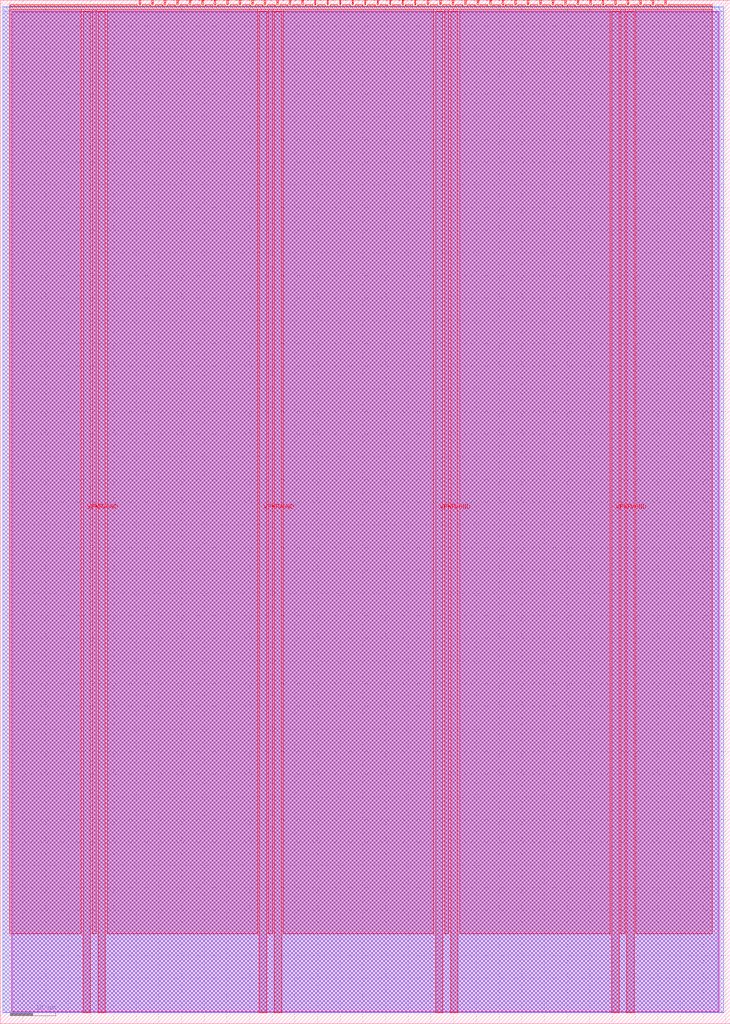
<source format=lef>
VERSION 5.7 ;
  NOWIREEXTENSIONATPIN ON ;
  DIVIDERCHAR "/" ;
  BUSBITCHARS "[]" ;
MACRO tt_um_rebeccargb_vga_pride
  CLASS BLOCK ;
  FOREIGN tt_um_rebeccargb_vga_pride ;
  ORIGIN 0.000 0.000 ;
  SIZE 161.000 BY 225.760 ;
  PIN VGND
    DIRECTION INOUT ;
    USE GROUND ;
    PORT
      LAYER met4 ;
        RECT 21.580 2.480 23.180 223.280 ;
    END
    PORT
      LAYER met4 ;
        RECT 60.450 2.480 62.050 223.280 ;
    END
    PORT
      LAYER met4 ;
        RECT 99.320 2.480 100.920 223.280 ;
    END
    PORT
      LAYER met4 ;
        RECT 138.190 2.480 139.790 223.280 ;
    END
  END VGND
  PIN VPWR
    DIRECTION INOUT ;
    USE POWER ;
    PORT
      LAYER met4 ;
        RECT 18.280 2.480 19.880 223.280 ;
    END
    PORT
      LAYER met4 ;
        RECT 57.150 2.480 58.750 223.280 ;
    END
    PORT
      LAYER met4 ;
        RECT 96.020 2.480 97.620 223.280 ;
    END
    PORT
      LAYER met4 ;
        RECT 134.890 2.480 136.490 223.280 ;
    END
  END VPWR
  PIN clk
    DIRECTION INPUT ;
    USE SIGNAL ;
    ANTENNAGATEAREA 0.852000 ;
    PORT
      LAYER met4 ;
        RECT 143.830 224.760 144.130 225.760 ;
    END
  END clk
  PIN ena
    DIRECTION INPUT ;
    USE SIGNAL ;
    PORT
      LAYER met4 ;
        RECT 146.590 224.760 146.890 225.760 ;
    END
  END ena
  PIN rst_n
    DIRECTION INPUT ;
    USE SIGNAL ;
    ANTENNAGATEAREA 0.213000 ;
    PORT
      LAYER met4 ;
        RECT 141.070 224.760 141.370 225.760 ;
    END
  END rst_n
  PIN ui_in[0]
    DIRECTION INPUT ;
    USE SIGNAL ;
    ANTENNAGATEAREA 0.159000 ;
    PORT
      LAYER met4 ;
        RECT 138.310 224.760 138.610 225.760 ;
    END
  END ui_in[0]
  PIN ui_in[1]
    DIRECTION INPUT ;
    USE SIGNAL ;
    PORT
      LAYER met4 ;
        RECT 135.550 224.760 135.850 225.760 ;
    END
  END ui_in[1]
  PIN ui_in[2]
    DIRECTION INPUT ;
    USE SIGNAL ;
    PORT
      LAYER met4 ;
        RECT 132.790 224.760 133.090 225.760 ;
    END
  END ui_in[2]
  PIN ui_in[3]
    DIRECTION INPUT ;
    USE SIGNAL ;
    PORT
      LAYER met4 ;
        RECT 130.030 224.760 130.330 225.760 ;
    END
  END ui_in[3]
  PIN ui_in[4]
    DIRECTION INPUT ;
    USE SIGNAL ;
    ANTENNAGATEAREA 0.196500 ;
    PORT
      LAYER met4 ;
        RECT 127.270 224.760 127.570 225.760 ;
    END
  END ui_in[4]
  PIN ui_in[5]
    DIRECTION INPUT ;
    USE SIGNAL ;
    ANTENNAGATEAREA 0.196500 ;
    PORT
      LAYER met4 ;
        RECT 124.510 224.760 124.810 225.760 ;
    END
  END ui_in[5]
  PIN ui_in[6]
    DIRECTION INPUT ;
    USE SIGNAL ;
    ANTENNAGATEAREA 0.196500 ;
    PORT
      LAYER met4 ;
        RECT 121.750 224.760 122.050 225.760 ;
    END
  END ui_in[6]
  PIN ui_in[7]
    DIRECTION INPUT ;
    USE SIGNAL ;
    ANTENNAGATEAREA 0.196500 ;
    PORT
      LAYER met4 ;
        RECT 118.990 224.760 119.290 225.760 ;
    END
  END ui_in[7]
  PIN uio_in[0]
    DIRECTION INPUT ;
    USE SIGNAL ;
    ANTENNAGATEAREA 0.196500 ;
    PORT
      LAYER met4 ;
        RECT 116.230 224.760 116.530 225.760 ;
    END
  END uio_in[0]
  PIN uio_in[1]
    DIRECTION INPUT ;
    USE SIGNAL ;
    ANTENNAGATEAREA 0.196500 ;
    PORT
      LAYER met4 ;
        RECT 113.470 224.760 113.770 225.760 ;
    END
  END uio_in[1]
  PIN uio_in[2]
    DIRECTION INPUT ;
    USE SIGNAL ;
    ANTENNAGATEAREA 0.196500 ;
    PORT
      LAYER met4 ;
        RECT 110.710 224.760 111.010 225.760 ;
    END
  END uio_in[2]
  PIN uio_in[3]
    DIRECTION INPUT ;
    USE SIGNAL ;
    ANTENNAGATEAREA 0.196500 ;
    PORT
      LAYER met4 ;
        RECT 107.950 224.760 108.250 225.760 ;
    END
  END uio_in[3]
  PIN uio_in[4]
    DIRECTION INPUT ;
    USE SIGNAL ;
    ANTENNAGATEAREA 0.196500 ;
    PORT
      LAYER met4 ;
        RECT 105.190 224.760 105.490 225.760 ;
    END
  END uio_in[4]
  PIN uio_in[5]
    DIRECTION INPUT ;
    USE SIGNAL ;
    ANTENNAGATEAREA 0.196500 ;
    PORT
      LAYER met4 ;
        RECT 102.430 224.760 102.730 225.760 ;
    END
  END uio_in[5]
  PIN uio_in[6]
    DIRECTION INPUT ;
    USE SIGNAL ;
    ANTENNAGATEAREA 0.196500 ;
    PORT
      LAYER met4 ;
        RECT 99.670 224.760 99.970 225.760 ;
    END
  END uio_in[6]
  PIN uio_in[7]
    DIRECTION INPUT ;
    USE SIGNAL ;
    PORT
      LAYER met4 ;
        RECT 96.910 224.760 97.210 225.760 ;
    END
  END uio_in[7]
  PIN uio_oe[0]
    DIRECTION OUTPUT ;
    USE SIGNAL ;
    PORT
      LAYER met4 ;
        RECT 49.990 224.760 50.290 225.760 ;
    END
  END uio_oe[0]
  PIN uio_oe[1]
    DIRECTION OUTPUT ;
    USE SIGNAL ;
    PORT
      LAYER met4 ;
        RECT 47.230 224.760 47.530 225.760 ;
    END
  END uio_oe[1]
  PIN uio_oe[2]
    DIRECTION OUTPUT ;
    USE SIGNAL ;
    PORT
      LAYER met4 ;
        RECT 44.470 224.760 44.770 225.760 ;
    END
  END uio_oe[2]
  PIN uio_oe[3]
    DIRECTION OUTPUT ;
    USE SIGNAL ;
    PORT
      LAYER met4 ;
        RECT 41.710 224.760 42.010 225.760 ;
    END
  END uio_oe[3]
  PIN uio_oe[4]
    DIRECTION OUTPUT ;
    USE SIGNAL ;
    PORT
      LAYER met4 ;
        RECT 38.950 224.760 39.250 225.760 ;
    END
  END uio_oe[4]
  PIN uio_oe[5]
    DIRECTION OUTPUT ;
    USE SIGNAL ;
    PORT
      LAYER met4 ;
        RECT 36.190 224.760 36.490 225.760 ;
    END
  END uio_oe[5]
  PIN uio_oe[6]
    DIRECTION OUTPUT ;
    USE SIGNAL ;
    PORT
      LAYER met4 ;
        RECT 33.430 224.760 33.730 225.760 ;
    END
  END uio_oe[6]
  PIN uio_oe[7]
    DIRECTION OUTPUT ;
    USE SIGNAL ;
    PORT
      LAYER met4 ;
        RECT 30.670 224.760 30.970 225.760 ;
    END
  END uio_oe[7]
  PIN uio_out[0]
    DIRECTION OUTPUT ;
    USE SIGNAL ;
    PORT
      LAYER met4 ;
        RECT 72.070 224.760 72.370 225.760 ;
    END
  END uio_out[0]
  PIN uio_out[1]
    DIRECTION OUTPUT ;
    USE SIGNAL ;
    PORT
      LAYER met4 ;
        RECT 69.310 224.760 69.610 225.760 ;
    END
  END uio_out[1]
  PIN uio_out[2]
    DIRECTION OUTPUT ;
    USE SIGNAL ;
    PORT
      LAYER met4 ;
        RECT 66.550 224.760 66.850 225.760 ;
    END
  END uio_out[2]
  PIN uio_out[3]
    DIRECTION OUTPUT ;
    USE SIGNAL ;
    PORT
      LAYER met4 ;
        RECT 63.790 224.760 64.090 225.760 ;
    END
  END uio_out[3]
  PIN uio_out[4]
    DIRECTION OUTPUT ;
    USE SIGNAL ;
    PORT
      LAYER met4 ;
        RECT 61.030 224.760 61.330 225.760 ;
    END
  END uio_out[4]
  PIN uio_out[5]
    DIRECTION OUTPUT ;
    USE SIGNAL ;
    PORT
      LAYER met4 ;
        RECT 58.270 224.760 58.570 225.760 ;
    END
  END uio_out[5]
  PIN uio_out[6]
    DIRECTION OUTPUT ;
    USE SIGNAL ;
    PORT
      LAYER met4 ;
        RECT 55.510 224.760 55.810 225.760 ;
    END
  END uio_out[6]
  PIN uio_out[7]
    DIRECTION OUTPUT ;
    USE SIGNAL ;
    PORT
      LAYER met4 ;
        RECT 52.750 224.760 53.050 225.760 ;
    END
  END uio_out[7]
  PIN uo_out[0]
    DIRECTION OUTPUT ;
    USE SIGNAL ;
    ANTENNADIFFAREA 1.288000 ;
    PORT
      LAYER met4 ;
        RECT 94.150 224.760 94.450 225.760 ;
    END
  END uo_out[0]
  PIN uo_out[1]
    DIRECTION OUTPUT ;
    USE SIGNAL ;
    ANTENNADIFFAREA 0.891000 ;
    PORT
      LAYER met4 ;
        RECT 91.390 224.760 91.690 225.760 ;
    END
  END uo_out[1]
  PIN uo_out[2]
    DIRECTION OUTPUT ;
    USE SIGNAL ;
    ANTENNADIFFAREA 0.891000 ;
    PORT
      LAYER met4 ;
        RECT 88.630 224.760 88.930 225.760 ;
    END
  END uo_out[2]
  PIN uo_out[3]
    DIRECTION OUTPUT ;
    USE SIGNAL ;
    ANTENNADIFFAREA 0.445500 ;
    PORT
      LAYER met4 ;
        RECT 85.870 224.760 86.170 225.760 ;
    END
  END uo_out[3]
  PIN uo_out[4]
    DIRECTION OUTPUT ;
    USE SIGNAL ;
    ANTENNADIFFAREA 0.891000 ;
    PORT
      LAYER met4 ;
        RECT 83.110 224.760 83.410 225.760 ;
    END
  END uo_out[4]
  PIN uo_out[5]
    DIRECTION OUTPUT ;
    USE SIGNAL ;
    ANTENNADIFFAREA 0.891000 ;
    PORT
      LAYER met4 ;
        RECT 80.350 224.760 80.650 225.760 ;
    END
  END uo_out[5]
  PIN uo_out[6]
    DIRECTION OUTPUT ;
    USE SIGNAL ;
    ANTENNADIFFAREA 0.891000 ;
    PORT
      LAYER met4 ;
        RECT 77.590 224.760 77.890 225.760 ;
    END
  END uo_out[6]
  PIN uo_out[7]
    DIRECTION OUTPUT ;
    USE SIGNAL ;
    ANTENNADIFFAREA 0.445500 ;
    PORT
      LAYER met4 ;
        RECT 74.830 224.760 75.130 225.760 ;
    END
  END uo_out[7]
  OBS
      LAYER nwell ;
        RECT 2.570 2.635 158.430 223.230 ;
      LAYER li1 ;
        RECT 2.760 2.635 158.240 223.125 ;
      LAYER met1 ;
        RECT 0.530 2.480 159.550 223.280 ;
      LAYER met2 ;
        RECT 0.550 2.535 159.520 224.245 ;
      LAYER met3 ;
        RECT 0.525 2.555 158.635 224.225 ;
      LAYER met4 ;
        RECT 2.135 224.360 30.270 224.760 ;
        RECT 31.370 224.360 33.030 224.760 ;
        RECT 34.130 224.360 35.790 224.760 ;
        RECT 36.890 224.360 38.550 224.760 ;
        RECT 39.650 224.360 41.310 224.760 ;
        RECT 42.410 224.360 44.070 224.760 ;
        RECT 45.170 224.360 46.830 224.760 ;
        RECT 47.930 224.360 49.590 224.760 ;
        RECT 50.690 224.360 52.350 224.760 ;
        RECT 53.450 224.360 55.110 224.760 ;
        RECT 56.210 224.360 57.870 224.760 ;
        RECT 58.970 224.360 60.630 224.760 ;
        RECT 61.730 224.360 63.390 224.760 ;
        RECT 64.490 224.360 66.150 224.760 ;
        RECT 67.250 224.360 68.910 224.760 ;
        RECT 70.010 224.360 71.670 224.760 ;
        RECT 72.770 224.360 74.430 224.760 ;
        RECT 75.530 224.360 77.190 224.760 ;
        RECT 78.290 224.360 79.950 224.760 ;
        RECT 81.050 224.360 82.710 224.760 ;
        RECT 83.810 224.360 85.470 224.760 ;
        RECT 86.570 224.360 88.230 224.760 ;
        RECT 89.330 224.360 90.990 224.760 ;
        RECT 92.090 224.360 93.750 224.760 ;
        RECT 94.850 224.360 96.510 224.760 ;
        RECT 97.610 224.360 99.270 224.760 ;
        RECT 100.370 224.360 102.030 224.760 ;
        RECT 103.130 224.360 104.790 224.760 ;
        RECT 105.890 224.360 107.550 224.760 ;
        RECT 108.650 224.360 110.310 224.760 ;
        RECT 111.410 224.360 113.070 224.760 ;
        RECT 114.170 224.360 115.830 224.760 ;
        RECT 116.930 224.360 118.590 224.760 ;
        RECT 119.690 224.360 121.350 224.760 ;
        RECT 122.450 224.360 124.110 224.760 ;
        RECT 125.210 224.360 126.870 224.760 ;
        RECT 127.970 224.360 129.630 224.760 ;
        RECT 130.730 224.360 132.390 224.760 ;
        RECT 133.490 224.360 135.150 224.760 ;
        RECT 136.250 224.360 137.910 224.760 ;
        RECT 139.010 224.360 140.670 224.760 ;
        RECT 141.770 224.360 143.430 224.760 ;
        RECT 144.530 224.360 146.190 224.760 ;
        RECT 147.290 224.360 157.025 224.760 ;
        RECT 2.135 223.680 157.025 224.360 ;
        RECT 2.135 19.895 17.880 223.680 ;
        RECT 20.280 19.895 21.180 223.680 ;
        RECT 23.580 19.895 56.750 223.680 ;
        RECT 59.150 19.895 60.050 223.680 ;
        RECT 62.450 19.895 95.620 223.680 ;
        RECT 98.020 19.895 98.920 223.680 ;
        RECT 101.320 19.895 134.490 223.680 ;
        RECT 136.890 19.895 137.790 223.680 ;
        RECT 140.190 19.895 157.025 223.680 ;
  END
END tt_um_rebeccargb_vga_pride
END LIBRARY


</source>
